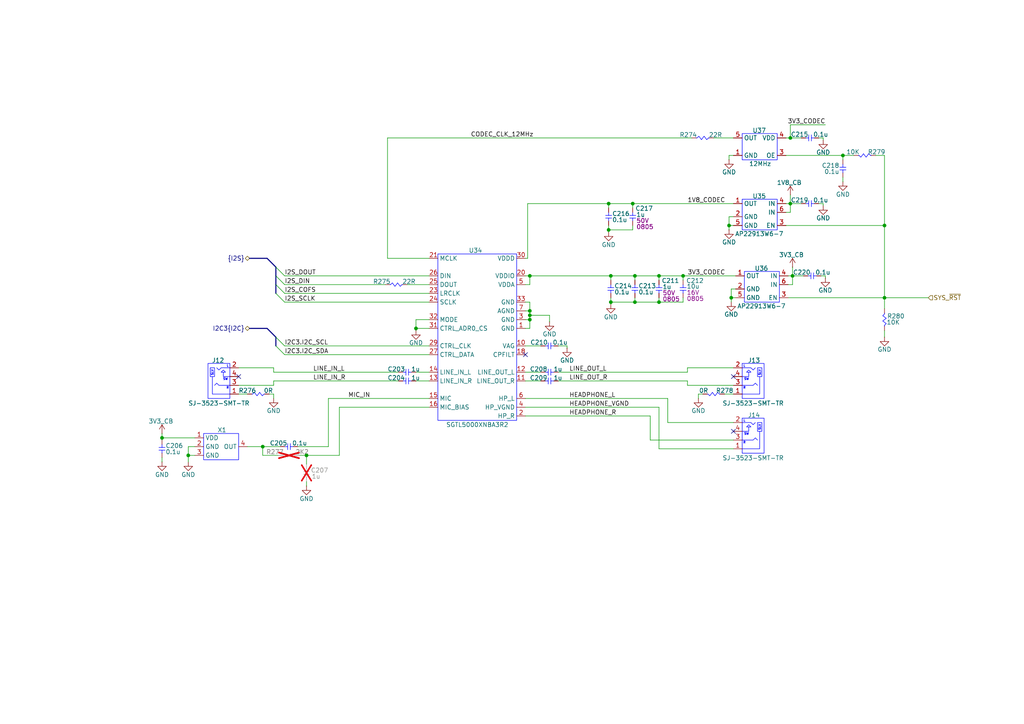
<source format=kicad_sch>
(kicad_sch (version 20250114) (generator "eeschema") (generator_version "9.0")
  (paper "A4")
  (title_block (title "RPI CMx Carrier") (date "2025-12-07") (rev "2.00-0A") (comment 1 "Jean-Francois Bilodeau") (comment 2 "P.Eng #6022173") (comment 3 "203-1690 Rue des quatre-saisons") (comment 4 "Sherbrooke, Canada, J1E0N2") (comment 5 "KiCad Rev 9.0") (comment 6 "TBD") (comment 7 "TBD") (comment 8 "WIP"))
  (junction (at 211.455 65.405))
  (junction (at 229.235 59.055))
  (junction (at 176.53 66.675))
  (junction (at 256.54 86.36))
  (junction (at 184.15 87.63))
  (junction (at 198.12 80.01))
  (junction (at 76.2 129.54))
  (junction (at 212.09 86.36))
  (junction (at 229.87 80.01))
  (junction (at 153.67 92.71))
  (junction (at 229.235 40.005))
  (junction (at 244.475 45.085))
  (junction (at 120.65 95.25))
  (junction (at 183.515 59.055))
  (junction (at 153.67 80.01))
  (junction (at 184.15 80.01))
  (junction (at 191.135 87.63))
  (junction (at 54.61 132.08))
  (junction (at 153.67 91.44))
  (junction (at 153.67 90.17))
  (junction (at 256.54 65.405))
  (junction (at 191.135 80.01))
  (junction (at 177.165 80.01))
  (junction (at 46.99 127))
  (junction (at 176.53 59.055))
  (junction (at 177.165 87.63))
  (junction (at 88.9 132.08))
  (no_connect (at 212.725 125.095))
  (no_connect (at 152.4 102.87))
  (no_connect (at 69.215 109.22))
  (no_connect (at 212.725 109.22))
  (bus_entry (at 80.01 85.09) (size 2.54 2.54))
  (bus_entry (at 80.01 80.01) (size 2.54 2.54))
  (bus_entry (at 80.01 82.55) (size 2.54 2.54))
  (bus_entry (at 80.01 97.79) (size 2.54 2.54))
  (bus_entry (at 80.01 100.33) (size 2.54 2.54))
  (bus_entry (at 80.01 77.47) (size 2.54 2.54))
  (wire (pts (xy 212.09 83.82) (xy 212.09 86.36)))
  (wire (pts (xy 229.235 36.195) (xy 229.235 40.005)))
  (wire (pts (xy 95.25 115.57) (xy 95.25 129.54)))
  (wire (pts (xy 191.135 87.63) (xy 191.135 86.36)))
  (wire (pts (xy 152.4 100.33) (xy 156.845 100.33)))
  (wire (pts (xy 228.6 86.36) (xy 256.54 86.36)))
  (wire (pts (xy 193.675 115.57) (xy 193.675 122.555)))
  (wire (pts (xy 153.035 59.055) (xy 153.035 74.93)))
  (wire (pts (xy 177.165 86.36) (xy 177.165 87.63)))
  (bus (pts (xy 72.39 95.25) (xy 77.47 95.25)))
  (wire (pts (xy 54.61 129.54) (xy 54.61 132.08)))
  (wire (pts (xy 244.475 51.435) (xy 244.475 52.705)))
  (wire (pts (xy 238.76 59.055) (xy 238.76 59.69)))
  (wire (pts (xy 71.755 129.54) (xy 76.2 129.54)))
  (wire (pts (xy 184.15 86.36) (xy 184.15 87.63)))
  (wire (pts (xy 229.235 56.515) (xy 229.235 59.055)))
  (wire (pts (xy 191.135 80.01) (xy 198.12 80.01)))
  (wire (pts (xy 198.12 80.01) (xy 213.36 80.01)))
  (wire (pts (xy 153.67 80.01) (xy 153.67 82.55)))
  (wire (pts (xy 183.515 59.055) (xy 183.515 60.325)))
  (wire (pts (xy 95.25 115.57) (xy 124.46 115.57)))
  (wire (pts (xy 152.4 87.63) (xy 153.67 87.63)))
  (wire (pts (xy 211.455 62.865) (xy 211.455 65.405)))
  (wire (pts (xy 164.465 100.33) (xy 164.465 100.965)))
  (wire (pts (xy 238.76 40.005) (xy 238.76 40.64)))
  (wire (pts (xy 199.39 106.68) (xy 199.39 107.95)))
  (wire (pts (xy 152.4 120.65) (xy 188.595 120.65)))
  (wire (pts (xy 152.4 80.01) (xy 153.67 80.01)))
  (wire (pts (xy 238.125 80.01) (xy 239.395 80.01)))
  (wire (pts (xy 203.835 114.3) (xy 202.565 114.3)))
  (wire (pts (xy 120.65 95.25) (xy 120.65 95.885)))
  (bus (pts (xy 80.01 77.47) (xy 80.01 80.01)))
  (wire (pts (xy 88.9 132.08) (xy 98.425 132.08)))
  (wire (pts (xy 46.99 127) (xy 56.515 127)))
  (wire (pts (xy 244.475 45.085) (xy 247.65 45.085)))
  (wire (pts (xy 82.55 82.55) (xy 111.76 82.55)))
  (wire (pts (xy 229.235 59.055) (xy 232.41 59.055)))
  (wire (pts (xy 207.01 40.005) (xy 212.725 40.005)))
  (wire (pts (xy 152.4 95.25) (xy 153.67 95.25)))
  (wire (pts (xy 199.39 110.49) (xy 199.39 111.76)))
  (wire (pts (xy 177.165 87.63) (xy 184.15 87.63)))
  (wire (pts (xy 76.2 132.08) (xy 80.645 132.08)))
  (wire (pts (xy 211.455 45.085) (xy 211.455 46.355)))
  (wire (pts (xy 212.725 65.405) (xy 211.455 65.405)))
  (wire (pts (xy 79.375 110.49) (xy 79.375 111.76)))
  (bus (pts (xy 80.01 97.79) (xy 77.47 95.25)))
  (bus (pts (xy 72.39 74.93) (xy 77.47 74.93)))
  (wire (pts (xy 78.105 114.3) (xy 79.375 114.3)))
  (wire (pts (xy 211.455 45.085) (xy 212.725 45.085)))
  (wire (pts (xy 184.15 80.01) (xy 184.15 81.28)))
  (wire (pts (xy 184.15 80.01) (xy 191.135 80.01)))
  (wire (pts (xy 82.55 85.09) (xy 124.46 85.09)))
  (wire (pts (xy 229.235 40.005) (xy 232.41 40.005)))
  (wire (pts (xy 153.67 80.01) (xy 177.165 80.01)))
  (wire (pts (xy 176.53 66.675) (xy 183.515 66.675)))
  (wire (pts (xy 161.925 110.49) (xy 199.39 110.49)))
  (wire (pts (xy 199.39 106.68) (xy 212.725 106.68)))
  (wire (pts (xy 191.135 130.175) (xy 212.725 130.175)))
  (wire (pts (xy 88.9 139.7) (xy 88.9 140.97)))
  (wire (pts (xy 152.4 115.57) (xy 193.675 115.57)))
  (wire (pts (xy 46.99 127) (xy 46.99 127.635)))
  (bus (pts (xy 80.01 82.55) (xy 80.01 85.09)))
  (wire (pts (xy 112.395 40.005) (xy 200.66 40.005)))
  (wire (pts (xy 118.11 82.55) (xy 124.46 82.55)))
  (wire (pts (xy 79.375 106.68) (xy 79.375 107.95)))
  (wire (pts (xy 76.2 129.54) (xy 76.2 132.08)))
  (wire (pts (xy 237.49 59.055) (xy 238.76 59.055)))
  (wire (pts (xy 188.595 127.635) (xy 212.725 127.635)))
  (wire (pts (xy 212.09 83.82) (xy 213.36 83.82)))
  (wire (pts (xy 86.36 129.54) (xy 95.25 129.54)))
  (bus (pts (xy 80.01 77.47) (xy 77.47 74.93)))
  (wire (pts (xy 211.455 65.405) (xy 211.455 66.675)))
  (wire (pts (xy 159.385 91.44) (xy 159.385 93.345)))
  (wire (pts (xy 120.65 92.71) (xy 120.65 95.25)))
  (wire (pts (xy 227.965 61.595) (xy 229.235 61.595)))
  (wire (pts (xy 176.53 59.055) (xy 176.53 60.325)))
  (wire (pts (xy 202.565 114.3) (xy 202.565 115.57)))
  (wire (pts (xy 153.67 90.17) (xy 153.67 91.44)))
  (wire (pts (xy 176.53 65.405) (xy 176.53 66.675)))
  (wire (pts (xy 79.375 114.3) (xy 79.375 115.57)))
  (wire (pts (xy 86.995 132.08) (xy 88.9 132.08)))
  (wire (pts (xy 191.135 118.11) (xy 191.135 130.175)))
  (wire (pts (xy 120.65 95.25) (xy 124.46 95.25)))
  (wire (pts (xy 82.55 80.01) (xy 124.46 80.01)))
  (wire (pts (xy 254 45.085) (xy 256.54 45.085)))
  (wire (pts (xy 54.61 132.08) (xy 54.61 133.985)))
  (wire (pts (xy 153.67 91.44) (xy 159.385 91.44)))
  (wire (pts (xy 256.54 45.085) (xy 256.54 65.405)))
  (wire (pts (xy 229.87 77.47) (xy 229.87 80.01)))
  (wire (pts (xy 112.395 74.93) (xy 124.46 74.93)))
  (wire (pts (xy 256.54 95.885) (xy 256.54 97.79)))
  (bus (pts (xy 80.01 80.01) (xy 80.01 82.55)))
  (wire (pts (xy 177.165 87.63) (xy 177.165 88.265)))
  (wire (pts (xy 176.53 66.675) (xy 176.53 67.31)))
  (wire (pts (xy 46.99 125.73) (xy 46.99 127)))
  (wire (pts (xy 199.39 111.76) (xy 212.725 111.76)))
  (wire (pts (xy 120.65 110.49) (xy 124.46 110.49)))
  (wire (pts (xy 161.925 107.95) (xy 199.39 107.95)))
  (wire (pts (xy 177.165 80.01) (xy 184.15 80.01)))
  (wire (pts (xy 229.87 80.01) (xy 229.87 82.55)))
  (wire (pts (xy 82.55 100.33) (xy 124.46 100.33)))
  (wire (pts (xy 46.99 132.715) (xy 46.99 133.985)))
  (wire (pts (xy 256.54 65.405) (xy 256.54 86.36)))
  (wire (pts (xy 82.55 87.63) (xy 124.46 87.63)))
  (wire (pts (xy 88.9 132.08) (xy 88.9 134.62)))
  (wire (pts (xy 98.425 118.11) (xy 124.46 118.11)))
  (wire (pts (xy 161.925 100.33) (xy 164.465 100.33)))
  (wire (pts (xy 79.375 110.49) (xy 115.57 110.49)))
  (wire (pts (xy 183.515 66.675) (xy 183.515 65.405)))
  (wire (pts (xy 237.49 40.005) (xy 238.76 40.005)))
  (wire (pts (xy 198.12 80.01) (xy 198.12 81.28)))
  (wire (pts (xy 69.215 111.76) (xy 79.375 111.76)))
  (wire (pts (xy 153.67 87.63) (xy 153.67 90.17)))
  (wire (pts (xy 256.54 86.36) (xy 269.24 86.36)))
  (wire (pts (xy 212.725 114.3) (xy 210.185 114.3)))
  (wire (pts (xy 188.595 120.65) (xy 188.595 127.635)))
  (wire (pts (xy 69.215 114.3) (xy 71.755 114.3)))
  (wire (pts (xy 152.4 92.71) (xy 153.67 92.71)))
  (wire (pts (xy 227.965 59.055) (xy 229.235 59.055)))
  (wire (pts (xy 184.15 87.63) (xy 191.135 87.63)))
  (wire (pts (xy 198.12 86.36) (xy 198.12 87.63)))
  (wire (pts (xy 54.61 132.08) (xy 56.515 132.08)))
  (wire (pts (xy 152.4 107.95) (xy 156.845 107.95)))
  (wire (pts (xy 227.965 45.085) (xy 244.475 45.085)))
  (wire (pts (xy 183.515 59.055) (xy 212.725 59.055)))
  (wire (pts (xy 228.6 82.55) (xy 229.87 82.55)))
  (wire (pts (xy 54.61 129.54) (xy 56.515 129.54)))
  (wire (pts (xy 152.4 90.17) (xy 153.67 90.17)))
  (wire (pts (xy 244.475 45.085) (xy 244.475 46.355)))
  (wire (pts (xy 153.035 59.055) (xy 176.53 59.055)))
  (wire (pts (xy 177.165 80.01) (xy 177.165 81.28)))
  (wire (pts (xy 212.09 86.36) (xy 212.09 87.63)))
  (wire (pts (xy 153.67 92.71) (xy 153.67 95.25)))
  (wire (pts (xy 152.4 82.55) (xy 153.67 82.55)))
  (wire (pts (xy 112.395 40.005) (xy 112.395 74.93)))
  (wire (pts (xy 153.67 91.44) (xy 153.67 92.71)))
  (wire (pts (xy 229.235 36.195) (xy 239.395 36.195)))
  (wire (pts (xy 229.235 59.055) (xy 229.235 61.595)))
  (wire (pts (xy 191.135 80.01) (xy 191.135 81.28)))
  (wire (pts (xy 191.135 87.63) (xy 198.12 87.63)))
  (wire (pts (xy 152.4 118.11) (xy 191.135 118.11)))
  (wire (pts (xy 120.65 107.95) (xy 124.46 107.95)))
  (wire (pts (xy 211.455 62.865) (xy 212.725 62.865)))
  (wire (pts (xy 239.395 80.01) (xy 239.395 80.645)))
  (wire (pts (xy 227.965 65.405) (xy 256.54 65.405)))
  (wire (pts (xy 193.675 122.555) (xy 212.725 122.555)))
  (wire (pts (xy 227.965 40.005) (xy 229.235 40.005)))
  (wire (pts (xy 120.65 92.71) (xy 124.46 92.71)))
  (wire (pts (xy 228.6 80.01) (xy 229.87 80.01)))
  (wire (pts (xy 98.425 118.11) (xy 98.425 132.08)))
  (wire (pts (xy 82.55 102.87) (xy 124.46 102.87)))
  (bus (pts (xy 80.01 97.79) (xy 80.01 100.33)))
  (wire (pts (xy 79.375 107.95) (xy 115.57 107.95)))
  (wire (pts (xy 213.36 86.36) (xy 212.09 86.36)))
  (wire (pts (xy 69.215 106.68) (xy 79.375 106.68)))
  (wire (pts (xy 256.54 86.36) (xy 256.54 89.535)))
  (wire (pts (xy 152.4 74.93) (xy 153.035 74.93)))
  (wire (pts (xy 152.4 110.49) (xy 156.845 110.49)))
  (wire (pts (xy 176.53 59.055) (xy 183.515 59.055)))
  (wire (pts (xy 76.2 129.54) (xy 81.28 129.54)))
  (wire (pts (xy 229.87 80.01) (xy 233.045 80.01)))
  (label "HEADPHONE_R" (at 165.1 120.65 0))
  (label "LINE_OUT_R" (at 165.1 110.49 0))
  (label "I2C3.I2C_SDA" (at 82.55 102.87 0))
  (label "I2S_DOUT" (at 82.55 80.01 0))
  (label "HEADPHONE_VGND" (at 165.1 118.11 0))
  (label "3V3_CODEC" (at 239.395 36.195 180))
  (label "I2S_SCLK" (at 82.55 87.63 0))
  (label "HEADPHONE_L" (at 165.1 115.57 0))
  (label "1V8_CODEC" (at 199.39 59.055 0))
  (label "CODEC_CLK_12MHz" (at 136.525 40.005 0))
  (label "MIC_IN" (at 100.965 115.57 0))
  (label "LINE_IN_R" (at 90.805 110.49 0))
  (label "LINE_OUT_L" (at 165.1 107.95 0))
  (label "I2C3.I2C_SCL" (at 82.55 100.33 0))
  (label "LINE_IN_L" (at 90.805 107.95 0))
  (label "I2S_COFS" (at 82.55 85.09 0))
  (label "I2S_DIN" (at 82.55 82.55 0))
  (label "3V3_CODEC" (at 199.39 80.01 0))
  (hierarchical_label "SYS_~{RST}" (shape input) (at 269.24 86.36 0))
  (hierarchical_label "{I2S}" (shape bidirectional) (at 72.39 74.93 180))
  (hierarchical_label "I2C3{I2C}" (shape bidirectional) (at 72.39 95.25 180))
  (symbol (lib_id "KiCad_Pwr_Symbols:GND") (at 46.99 133.985 0) (unit 1)
    (property "Reference" "#PWR0333" (effects (hide yes)))
    (property "Value" "GND" (at 46.99 137.668 0))
    (property "Description" "Power symbol creates a global label with name \"GND\" , ground" (effects (hide yes)))
  )
  (symbol (lib_id "KiCad_Pwr_Symbols:GND") (at 176.53 67.31 0) (unit 1)
    (property "Reference" "#PWR0342" (effects (hide yes)))
    (property "Value" "GND" (at 176.53 70.993 0))
    (property "Description" "Power symbol creates a global label with name \"GND\" , ground" (effects (hide yes)))
  )
  (symbol (lib_id "KicadCompDb:Load Switch/LOAD_SW_00001") (at 226.06 78.74 0) (mirror y) (unit 1)
    (property "Reference" "U36" (at 220.853 77.851 0))
    (property "Value" "AP22913W6-7" (at 220.853 88.773 0))
    (property "Footprint" "footprint:SOT-23-6" (effects (hide yes)))
    (property "Datasheet" "https://www.diodes.com/assets/Datasheets/AP22913.pdf" (effects (hide yes)))
    (property "Description" "IC PWR SWITCH P-CHAN 1:1 SOT26" (effects (hide yes)))
    (property "Type" "PFET" (effects (hide yes)))
    (property "Output Configuration" "High Side" (effects (hide yes)))
    (property "Package" "SOT-23-6" (effects (hide yes)))
    (property "Load Voltage" "1.5V ~ 5.5V" (effects (hide yes)))
    (property "Output Current" "2A" (effects (hide yes)))
    (property "RDS(on)" "0.84Ohm" (effects (hide yes)))
    (property "Operating Temperature" "-40°C ~ 85°C" (effects (hide yes)))
    (property "Dimensions" "3mm x 2.8mm" (effects (hide yes)))
    (property "Manufacturer" "Diodes Incorporated" (effects (hide yes)))
    (property "Manufacturer Part Number" "AP22913W6-7" (effects (hide yes)))
    (property "Distributor" "DigiKey" (effects (hide yes)))
    (property "Distributor Part Number" "AP22913W6-7DICT-ND" (effects (hide yes)))
  )
  (symbol (lib_id "KicadCompDb:Capacitors/CAP_CER_SMT_00001") (at 177.165 86.36 90) (unit 1)
    (property "Reference" "C214" (at 178.181 82.931 90) (effects (justify right)))
    (property "Value" "0.1u" (at 178.181 84.709 90) (effects (justify right)))
    (property "Footprint" "footprint:CAP_NONPOL_0402" (effects (hide yes)))
    (property "Datasheet" "https://search.murata.co.jp/Ceramy/image/img/A01X/G101/ENG/GRM155R71H104KE14-01.pdf" (effects (hide yes)))
    (property "Description" "CAP CER 0.1UF 50V X7R 0402" (effects (hide yes)))
    (property "Tolerance" "±10%" (effects (hide yes)))
    (property "Dielectric" "X7R" (effects (hide yes)))
    (property "Package" "0402" (effects (hide yes)))
    (property "Operating Temperature" "-55°C ~ 125°C" (effects (hide yes)))
    (property "Voltage Rating" "50V" (effects (hide yes)))
    (property "Manufacturer" "Murata Electronics" (effects (hide yes)))
    (property "Manufacturer Part Number" "GRM155R71H104KE14D" (effects (hide yes)))
    (property "Distributor" "DigiKey" (effects (hide yes)))
    (property "Distributor Part Number" "490-10700-1-ND" (effects (hide yes)))
    (property "Type" "CER SMT" (effects (hide yes)))
    (property "Dimensions" "1.00mm x 0.50mm" (effects (hide yes)))
  )
  (symbol (lib_id "KicadCompDb:Capacitors/CAP_CER_SMT_00002") (at 88.9 134.62 270) (unit 1) (dnp yes)
    (property "Reference" "C207" (at 95.25 136.398 90) (effects (justify right)))
    (property "Value" "1u" (at 92.964 138.176 90) (effects (justify right)))
    (property "Footprint" "footprint:CAP_NONPOL_0805" (effects (hide yes)))
    (property "Datasheet" "https://www.yageogroup.com/content/datasheet/asset/file/UPY-GPHC_X7R_6_3V-TO-250V" (effects (hide yes)))
    (property "Description" "CAP CER 1UF 50V X7R 0805" (effects (hide yes)))
    (property "Tolerance" "±10%" (effects (hide yes)))
    (property "Dielectric" "X7R" (effects (hide yes)))
    (property "Package" "0805" (effects (hide yes)))
    (property "Operating Temperature" "-55°C ~ 125°C" (effects (hide yes)))
    (property "Voltage Rating" "50V" (effects (hide yes)))
    (property "Manufacturer" "YAGEO" (effects (hide yes)))
    (property "Manufacturer Part Number" "CC0805KKX7R9BB105" (effects (hide yes)))
    (property "Distributor" "DigiKey" (effects (hide yes)))
    (property "Distributor Part Number" "311-1886-1-ND" (effects (hide yes)))
    (property "Type" "CER SMT" (effects (hide yes)))
    (property "Dimensions" "2.00mm x 1.25mm" (effects (hide yes)))
  )
  (symbol (lib_id "KiCad_Pwr_Symbols:GND") (at 88.9 140.97 0) (unit 1)
    (property "Reference" "#PWR0335" (effects (hide yes)))
    (property "Value" "GND" (at 88.9 144.653 0))
    (property "Description" "Power symbol creates a global label with name \"GND\" , ground" (effects (hide yes)))
  )
  (symbol (lib_id "KiCad_Pwr_Symbols:+3V3") (at 229.87 77.47 0) (unit 1)
    (property "Reference" "#PWR0349" (effects (hide yes)))
    (property "Value" "3V3_CB" (at 225.933 73.914 0) (effects (justify left)))
    (property "Description" "Power symbol creates a global label with name \"+3V3\"" (effects (hide yes)))
  )
  (symbol (lib_id "KicadCompDb:Capacitors/CAP_CER_SMT_00002") (at 161.925 107.95 180) (unit 1)
    (property "Reference" "C208" (at 153.67 107.061 0) (effects (justify right)))
    (property "Value" "1u" (at 160.528 107.061 0) (effects (justify right)))
    (property "Footprint" "footprint:CAP_NONPOL_0805" (effects (hide yes)))
    (property "Datasheet" "https://www.yageogroup.com/content/datasheet/asset/file/UPY-GPHC_X7R_6_3V-TO-250V" (effects (hide yes)))
    (property "Description" "CAP CER 1UF 50V X7R 0805" (effects (hide yes)))
    (property "Tolerance" "±10%" (effects (hide yes)))
    (property "Dielectric" "X7R" (effects (hide yes)))
    (property "Package" "0805" (effects (hide yes)))
    (property "Operating Temperature" "-55°C ~ 125°C" (effects (hide yes)))
    (property "Voltage Rating" "50V" (effects (hide yes)))
    (property "Manufacturer" "YAGEO" (effects (hide yes)))
    (property "Manufacturer Part Number" "CC0805KKX7R9BB105" (effects (hide yes)))
    (property "Distributor" "DigiKey" (effects (hide yes)))
    (property "Distributor Part Number" "311-1886-1-ND" (effects (hide yes)))
    (property "Type" "CER SMT" (effects (hide yes)))
    (property "Dimensions" "2.00mm x 1.25mm" (effects (hide yes)))
  )
  (symbol (lib_id "KicadCompDb:Capacitors/CAP_CER_SMT_00001") (at 86.36 129.54 180) (unit 1)
    (property "Reference" "C205" (at 78.232 128.524 0) (effects (justify right)))
    (property "Value" "0.1u" (at 84.709 128.524 0) (effects (justify right)))
    (property "Footprint" "footprint:CAP_NONPOL_0402" (effects (hide yes)))
    (property "Datasheet" "https://search.murata.co.jp/Ceramy/image/img/A01X/G101/ENG/GRM155R71H104KE14-01.pdf" (effects (hide yes)))
    (property "Description" "CAP CER 0.1UF 50V X7R 0402" (effects (hide yes)))
    (property "Tolerance" "±10%" (effects (hide yes)))
    (property "Dielectric" "X7R" (effects (hide yes)))
    (property "Package" "0402" (effects (hide yes)))
    (property "Operating Temperature" "-55°C ~ 125°C" (effects (hide yes)))
    (property "Voltage Rating" "50V" (effects (hide yes)))
    (property "Manufacturer" "Murata Electronics" (effects (hide yes)))
    (property "Manufacturer Part Number" "GRM155R71H104KE14D" (effects (hide yes)))
    (property "Distributor" "DigiKey" (effects (hide yes)))
    (property "Distributor Part Number" "490-10700-1-ND" (effects (hide yes)))
    (property "Type" "CER SMT" (effects (hide yes)))
    (property "Dimensions" "1.00mm x 0.50mm" (effects (hide yes)))
  )
  (symbol (lib_id "KicadCompDb:Resistors/RES_SMT_00001") (at 208.915 114.3 0) (mirror y) (unit 1)
    (property "Reference" "R278" (at 210.185 113.284 0))
    (property "Value" "0R" (at 204.089 113.284 0))
    (property "Footprint" "footprint:RES_0402" (effects (hide yes)))
    (property "Datasheet" "https://www.yageogroup.com/content/datasheet/asset/file/PYU-RC_GROUP_51_ROHS_L" (effects (hide yes)))
    (property "Description" "RES 0 OHM JUMPER 1/16W 0402" (effects (hide yes)))
    (property "Tolerance" "1%" (effects (hide yes)))
    (property "Power" "1/16W" (effects (hide yes)))
    (property "Package" "0402" (effects (hide yes)))
    (property "Manufacturer" "YAGEO" (effects (hide yes)))
    (property "Manufacturer Part Number" "RC0402FR-071KL" (effects (hide yes)))
    (property "Distributor" "DigiKey" (effects (hide yes)))
    (property "Distributor Part Number" "311-0.0JRCT-ND" (effects (hide yes)))
    (property "Temperature Coefficient" "±100ppm/°C" (effects (hide yes)))
    (property "Operating Temperature" "-55°C ~ 155°C" (effects (hide yes)))
    (property "Type" "RES SMT" (effects (hide yes)))
    (property "Dimensions" "1.00mm x 0.50mm" (effects (hide yes)))
  )
  (symbol (lib_id "KicadCompDb:Resistors/RES_SMT_00015") (at 205.74 40.005 180) (unit 1)
    (property "Reference" "R274" (at 199.644 39.116 0))
    (property "Value" "22R" (at 207.518 39.116 0))
    (property "Footprint" "footprint:RES_0402" (effects (hide yes)))
    (property "Datasheet" "https://www.yageogroup.com/content/datasheet/asset/file/PYU-RC_GROUP_51_ROHS_L" (effects (hide yes)))
    (property "Description" "RES 22 OHM 1% 1/16W 0402" (effects (hide yes)))
    (property "Tolerance" "1%" (effects (hide yes)))
    (property "Power" "1/16W" (effects (hide yes)))
    (property "Package" "0402" (effects (hide yes)))
    (property "Manufacturer" "YAGEO" (effects (hide yes)))
    (property "Manufacturer Part Number" "RC0402FR-0722RL" (effects (hide yes)))
    (property "Distributor" "DigiKey" (effects (hide yes)))
    (property "Distributor Part Number" "311-22.0LRCT-ND" (effects (hide yes)))
    (property "Temperature Coefficient" "±100ppm/°C" (effects (hide yes)))
    (property "Operating Temperature" "-55°C ~ 155°C" (effects (hide yes)))
    (property "Type" "RES SMT" (effects (hide yes)))
    (property "Dimensions" "1.00mm x 0.50mm" (effects (hide yes)))
  )
  (symbol (lib_id "KicadCompDb:Capacitors/CAP_CER_SMT_00004") (at 198.12 86.36 90) (unit 1)
    (property "Reference" "C212" (at 199.009 81.407 90) (effects (justify right)))
    (property "Value" "10u" (at 199.136 83.058 90) (effects (justify right)))
    (property "Footprint" "footprint:CAP_NONPOL_0805" (effects (hide yes)))
    (property "Datasheet" "https://mm.digikey.com/Volume0/opasdata/d220001/medias/docus/609/CL21A106KOQNNNE_Spec.pdf" (effects (hide yes)))
    (property "Description" "CAP CER 10UF 16V X5R 0805" (effects (hide yes)))
    (property "Tolerance" "±10%" (effects (hide yes)))
    (property "Dielectric" "X5R" (effects (hide yes)))
    (property "Package" "0805" (at 199.136 86.614 90) (effects (justify right)))
    (property "Operating Temperature" "-55°C ~ 85°C" (effects (hide yes)))
    (property "Voltage Rating" "16V" (at 199.136 84.836 90) (effects (justify right)))
    (property "Manufacturer" "Samsung Electro-Mechanics" (effects (hide yes)))
    (property "Manufacturer Part Number" "CL21A106KOQNNNE" (effects (hide yes)))
    (property "Distributor" "DigiKey" (effects (hide yes)))
    (property "Distributor Part Number" "1276-1096-1-ND" (effects (hide yes)))
    (property "Type" "CER SMT" (effects (hide yes)))
    (property "Dimensions" "2.00mm x 1.25mm" (effects (hide yes)))
  )
  (symbol (lib_id "KicadCompDb:Resistors/RES_SMT_00001") (at 73.025 114.3 0) (unit 1)
    (property "Reference" "R276" (at 71.755 113.284 0))
    (property "Value" "0R" (at 77.851 113.284 0))
    (property "Footprint" "footprint:RES_0402" (effects (hide yes)))
    (property "Datasheet" "https://www.yageogroup.com/content/datasheet/asset/file/PYU-RC_GROUP_51_ROHS_L" (effects (hide yes)))
    (property "Description" "RES 0 OHM JUMPER 1/16W 0402" (effects (hide yes)))
    (property "Tolerance" "1%" (effects (hide yes)))
    (property "Power" "1/16W" (effects (hide yes)))
    (property "Package" "0402" (effects (hide yes)))
    (property "Manufacturer" "YAGEO" (effects (hide yes)))
    (property "Manufacturer Part Number" "RC0402FR-071KL" (effects (hide yes)))
    (property "Distributor" "DigiKey" (effects (hide yes)))
    (property "Distributor Part Number" "311-0.0JRCT-ND" (effects (hide yes)))
    (property "Temperature Coefficient" "±100ppm/°C" (effects (hide yes)))
    (property "Operating Temperature" "-55°C ~ 155°C" (effects (hide yes)))
    (property "Type" "RES SMT" (effects (hide yes)))
    (property "Dimensions" "1.00mm x 0.50mm" (effects (hide yes)))
  )
  (symbol (lib_id "KiCad_Pwr_Symbols:GND") (at 256.54 97.79 0) (mirror y) (unit 1)
    (property "Reference" "#PWR0350" (effects (hide yes)))
    (property "Value" "GND" (at 256.54 101.346 0))
    (property "Description" "Power symbol creates a global label with name \"GND\" , ground" (effects (hide yes)))
  )
  (symbol (lib_id "KicadCompDb:Capacitors/CAP_CER_SMT_00001") (at 237.49 40.005 180) (unit 1)
    (property "Reference" "C215" (at 229.362 38.989 0) (effects (justify right)))
    (property "Value" "0.1u" (at 235.839 38.989 0) (effects (justify right)))
    (property "Footprint" "footprint:CAP_NONPOL_0402" (effects (hide yes)))
    (property "Datasheet" "https://search.murata.co.jp/Ceramy/image/img/A01X/G101/ENG/GRM155R71H104KE14-01.pdf" (effects (hide yes)))
    (property "Description" "CAP CER 0.1UF 50V X7R 0402" (effects (hide yes)))
    (property "Tolerance" "±10%" (effects (hide yes)))
    (property "Dielectric" "X7R" (effects (hide yes)))
    (property "Package" "0402" (effects (hide yes)))
    (property "Operating Temperature" "-55°C ~ 125°C" (effects (hide yes)))
    (property "Voltage Rating" "50V" (effects (hide yes)))
    (property "Manufacturer" "Murata Electronics" (effects (hide yes)))
    (property "Manufacturer Part Number" "GRM155R71H104KE14D" (effects (hide yes)))
    (property "Distributor" "DigiKey" (effects (hide yes)))
    (property "Distributor Part Number" "490-10700-1-ND" (effects (hide yes)))
    (property "Type" "CER SMT" (effects (hide yes)))
    (property "Dimensions" "1.00mm x 0.50mm" (effects (hide yes)))
  )
  (symbol (lib_id "KiCad_Pwr_Symbols:GND") (at 177.165 88.265 0) (unit 1)
    (property "Reference" "#PWR0341" (effects (hide yes)))
    (property "Value" "GND" (at 177.165 91.948 0))
    (property "Description" "Power symbol creates a global label with name \"GND\" , ground" (effects (hide yes)))
  )
  (symbol (lib_id "KiCad_Pwr_Symbols:GND") (at 239.395 80.645 0) (mirror y) (unit 1)
    (property "Reference" "#PWR0347" (effects (hide yes)))
    (property "Value" "GND" (at 239.395 84.201 0))
    (property "Description" "Power symbol creates a global label with name \"GND\" , ground" (effects (hide yes)))
  )
  (symbol (lib_id "KicadCompDb:Capacitors/CAP_CER_SMT_00001") (at 46.99 132.715 90) (unit 1)
    (property "Reference" "C206" (at 48.006 129.286 90) (effects (justify right)))
    (property "Value" "0.1u" (at 48.006 131.064 90) (effects (justify right)))
    (property "Footprint" "footprint:CAP_NONPOL_0402" (effects (hide yes)))
    (property "Datasheet" "https://search.murata.co.jp/Ceramy/image/img/A01X/G101/ENG/GRM155R71H104KE14-01.pdf" (effects (hide yes)))
    (property "Description" "CAP CER 0.1UF 50V X7R 0402" (effects (hide yes)))
    (property "Tolerance" "±10%" (effects (hide yes)))
    (property "Dielectric" "X7R" (effects (hide yes)))
    (property "Package" "0402" (effects (hide yes)))
    (property "Operating Temperature" "-55°C ~ 125°C" (effects (hide yes)))
    (property "Voltage Rating" "50V" (effects (hide yes)))
    (property "Manufacturer" "Murata Electronics" (effects (hide yes)))
    (property "Manufacturer Part Number" "GRM155R71H104KE14D" (effects (hide yes)))
    (property "Distributor" "DigiKey" (effects (hide yes)))
    (property "Distributor Part Number" "490-10700-1-ND" (effects (hide yes)))
    (property "Type" "CER SMT" (effects (hide yes)))
    (property "Dimensions" "1.00mm x 0.50mm" (effects (hide yes)))
  )
  (symbol (lib_id "KicadCompDb:Resistors/RES_SMT_00013") (at 256.54 90.805 90) (mirror x) (unit 1)
    (property "Reference" "R280" (at 259.842 91.694 90))
    (property "Value" "10K" (at 259.08 93.472 90))
    (property "Footprint" "footprint:RES_0402" (effects (hide yes)))
    (property "Datasheet" "https://www.yageogroup.com/content/datasheet/asset/file/PYU-RC_GROUP_51_ROHS_L" (effects (hide yes)))
    (property "Description" "RES 10K OHM 1% 1/16W 0402" (effects (hide yes)))
    (property "Tolerance" "1%" (effects (hide yes)))
    (property "Power" "1/16W" (effects (hide yes)))
    (property "Package" "0402" (effects (hide yes)))
    (property "Manufacturer" "YAGEO" (effects (hide yes)))
    (property "Manufacturer Part Number" "RC0402FR-0710KL" (effects (hide yes)))
    (property "Distributor" "DigiKey" (effects (hide yes)))
    (property "Distributor Part Number" "311-10.0KLRCT-ND" (effects (hide yes)))
    (property "Temperature Coefficient" "±100ppm/°C" (effects (hide yes)))
    (property "Operating Temperature" "-55°C ~ 155°C" (effects (hide yes)))
    (property "Type" "RES SMT" (effects (hide yes)))
    (property "Dimensions" "1.00mm x 0.50mm" (effects (hide yes)))
  )
  (symbol (lib_id "KiCad_Pwr_Symbols:+3V3") (at 229.235 56.515 0) (unit 1)
    (property "Reference" "#PWR0348" (effects (hide yes)))
    (property "Value" "1V8_CB" (at 225.298 52.959 0) (effects (justify left)))
    (property "Description" "Power symbol creates a global label with name \"+3V3\"" (effects (hide yes)))
  )
  (symbol (lib_id "KiCad_Pwr_Symbols:GND") (at 212.09 87.63 0) (mirror y) (unit 1)
    (property "Reference" "#PWR0339" (effects (hide yes)))
    (property "Value" "GND" (at 212.09 91.186 0))
    (property "Description" "Power symbol creates a global label with name \"GND\" , ground" (effects (hide yes)))
  )
  (symbol (lib_id "KicadCompDb:Capacitors/CAP_CER_SMT_00001") (at 161.925 100.33 180) (unit 1)
    (property "Reference" "C210" (at 153.797 99.314 0) (effects (justify right)))
    (property "Value" "0.1u" (at 160.274 99.314 0) (effects (justify right)))
    (property "Footprint" "footprint:CAP_NONPOL_0402" (effects (hide yes)))
    (property "Datasheet" "https://search.murata.co.jp/Ceramy/image/img/A01X/G101/ENG/GRM155R71H104KE14-01.pdf" (effects (hide yes)))
    (property "Description" "CAP CER 0.1UF 50V X7R 0402" (effects (hide yes)))
    (property "Tolerance" "±10%" (effects (hide yes)))
    (property "Dielectric" "X7R" (effects (hide yes)))
    (property "Package" "0402" (effects (hide yes)))
    (property "Operating Temperature" "-55°C ~ 125°C" (effects (hide yes)))
    (property "Voltage Rating" "50V" (effects (hide yes)))
    (property "Manufacturer" "Murata Electronics" (effects (hide yes)))
    (property "Manufacturer Part Number" "GRM155R71H104KE14D" (effects (hide yes)))
    (property "Distributor" "DigiKey" (effects (hide yes)))
    (property "Distributor Part Number" "490-10700-1-ND" (effects (hide yes)))
    (property "Type" "CER SMT" (effects (hide yes)))
    (property "Dimensions" "1.00mm x 0.50mm" (effects (hide yes)))
  )
  (symbol (lib_id "KicadCompDb:Capacitors/CAP_CER_SMT_00001") (at 184.15 86.36 90) (unit 1)
    (property "Reference" "C213" (at 185.166 82.931 90) (effects (justify right)))
    (property "Value" "0.1u" (at 185.166 84.709 90) (effects (justify right)))
    (property "Footprint" "footprint:CAP_NONPOL_0402" (effects (hide yes)))
    (property "Datasheet" "https://search.murata.co.jp/Ceramy/image/img/A01X/G101/ENG/GRM155R71H104KE14-01.pdf" (effects (hide yes)))
    (property "Description" "CAP CER 0.1UF 50V X7R 0402" (effects (hide yes)))
    (property "Tolerance" "±10%" (effects (hide yes)))
    (property "Dielectric" "X7R" (effects (hide yes)))
    (property "Package" "0402" (effects (hide yes)))
    (property "Operating Temperature" "-55°C ~ 125°C" (effects (hide yes)))
    (property "Voltage Rating" "50V" (effects (hide yes)))
    (property "Manufacturer" "Murata Electronics" (effects (hide yes)))
    (property "Manufacturer Part Number" "GRM155R71H104KE14D" (effects (hide yes)))
    (property "Distributor" "DigiKey" (effects (hide yes)))
    (property "Distributor Part Number" "490-10700-1-ND" (effects (hide yes)))
    (property "Type" "CER SMT" (effects (hide yes)))
    (property "Dimensions" "1.00mm x 0.50mm" (effects (hide yes)))
  )
  (symbol (lib_id "KicadCompDb:Resistors/RES_SMT_00015") (at 116.84 82.55 180) (unit 1)
    (property "Reference" "R275" (at 110.744 81.661 0))
    (property "Value" "22R" (at 118.618 81.661 0))
    (property "Footprint" "footprint:RES_0402" (effects (hide yes)))
    (property "Datasheet" "https://www.yageogroup.com/content/datasheet/asset/file/PYU-RC_GROUP_51_ROHS_L" (effects (hide yes)))
    (property "Description" "RES 22 OHM 1% 1/16W 0402" (effects (hide yes)))
    (property "Tolerance" "1%" (effects (hide yes)))
    (property "Power" "1/16W" (effects (hide yes)))
    (property "Package" "0402" (effects (hide yes)))
    (property "Manufacturer" "YAGEO" (effects (hide yes)))
    (property "Manufacturer Part Number" "RC0402FR-0722RL" (effects (hide yes)))
    (property "Distributor" "DigiKey" (effects (hide yes)))
    (property "Distributor Part Number" "311-22.0LRCT-ND" (effects (hide yes)))
    (property "Temperature Coefficient" "±100ppm/°C" (effects (hide yes)))
    (property "Operating Temperature" "-55°C ~ 155°C" (effects (hide yes)))
    (property "Type" "RES SMT" (effects (hide yes)))
    (property "Dimensions" "1.00mm x 0.50mm" (effects (hide yes)))
  )
  (symbol (lib_id "KiCad_Pwr_Symbols:GND") (at 244.475 52.705 0) (mirror y) (unit 1)
    (property "Reference" "#PWR0345" (effects (hide yes)))
    (property "Value" "GND" (at 244.475 56.388 0))
    (property "Description" "Power symbol creates a global label with name \"GND\" , ground" (effects (hide yes)))
  )
  (symbol (lib_id "KiCad_Pwr_Symbols:GND") (at 238.76 40.64 0) (mirror y) (unit 1)
    (property "Reference" "#PWR0343" (effects (hide yes)))
    (property "Value" "GND" (at 238.76 44.196 0))
    (property "Description" "Power symbol creates a global label with name \"GND\" , ground" (effects (hide yes)))
  )
  (symbol (lib_id "KiCad_Pwr_Symbols:GND") (at 159.385 93.345 0) (unit 1)
    (property "Reference" "#PWR0338" (effects (hide yes)))
    (property "Value" "GND" (at 159.385 96.901 0))
    (property "Description" "Power symbol creates a global label with name \"GND\" , ground" (effects (hide yes)))
  )
  (symbol (lib_id "KiCad_Pwr_Symbols:GND") (at 79.375 115.57 0) (unit 1)
    (property "Reference" "#PWR0331" (effects (hide yes)))
    (property "Value" "GND" (at 79.375 119.126 0))
    (property "Description" "Power symbol creates a global label with name \"GND\" , ground" (effects (hide yes)))
  )
  (symbol (lib_id "KicadCompDb:Capacitors/CAP_CER_SMT_00001") (at 237.49 59.055 180) (unit 1)
    (property "Reference" "C219" (at 229.362 58.039 0) (effects (justify right)))
    (property "Value" "0.1u" (at 235.839 58.039 0) (effects (justify right)))
    (property "Footprint" "footprint:CAP_NONPOL_0402" (effects (hide yes)))
    (property "Datasheet" "https://search.murata.co.jp/Ceramy/image/img/A01X/G101/ENG/GRM155R71H104KE14-01.pdf" (effects (hide yes)))
    (property "Description" "CAP CER 0.1UF 50V X7R 0402" (effects (hide yes)))
    (property "Tolerance" "±10%" (effects (hide yes)))
    (property "Dielectric" "X7R" (effects (hide yes)))
    (property "Package" "0402" (effects (hide yes)))
    (property "Operating Temperature" "-55°C ~ 125°C" (effects (hide yes)))
    (property "Voltage Rating" "50V" (effects (hide yes)))
    (property "Manufacturer" "Murata Electronics" (effects (hide yes)))
    (property "Manufacturer Part Number" "GRM155R71H104KE14D" (effects (hide yes)))
    (property "Distributor" "DigiKey" (effects (hide yes)))
    (property "Distributor Part Number" "490-10700-1-ND" (effects (hide yes)))
    (property "Type" "CER SMT" (effects (hide yes)))
    (property "Dimensions" "1.00mm x 0.50mm" (effects (hide yes)))
  )
  (symbol (lib_id "KiCad_Pwr_Symbols:GND") (at 211.455 46.355 0) (mirror y) (unit 1)
    (property "Reference" "#PWR0344" (effects (hide yes)))
    (property "Value" "GND" (at 211.455 49.911 0))
    (property "Description" "Power symbol creates a global label with name \"GND\" , ground" (effects (hide yes)))
  )
  (symbol (lib_id "KicadCompDb:Load Switch/LOAD_SW_00001") (at 225.425 57.785 0) (mirror y) (unit 1)
    (property "Reference" "U35" (at 220.218 56.896 0))
    (property "Value" "AP22913W6-7" (at 220.218 67.818 0))
    (property "Footprint" "footprint:SOT-23-6" (effects (hide yes)))
    (property "Datasheet" "https://www.diodes.com/assets/Datasheets/AP22913.pdf" (effects (hide yes)))
    (property "Description" "IC PWR SWITCH P-CHAN 1:1 SOT26" (effects (hide yes)))
    (property "Type" "PFET" (effects (hide yes)))
    (property "Output Configuration" "High Side" (effects (hide yes)))
    (property "Package" "SOT-23-6" (effects (hide yes)))
    (property "Load Voltage" "1.5V ~ 5.5V" (effects (hide yes)))
    (property "Output Current" "2A" (effects (hide yes)))
    (property "RDS(on)" "0.84Ohm" (effects (hide yes)))
    (property "Operating Temperature" "-40°C ~ 85°C" (effects (hide yes)))
    (property "Dimensions" "3mm x 2.8mm" (effects (hide yes)))
    (property "Manufacturer" "Diodes Incorporated" (effects (hide yes)))
    (property "Manufacturer Part Number" "AP22913W6-7" (effects (hide yes)))
    (property "Distributor" "DigiKey" (effects (hide yes)))
    (property "Distributor Part Number" "AP22913W6-7DICT-ND" (effects (hide yes)))
  )
  (symbol (lib_id "KicadCompDb:Capacitors/CAP_CER_SMT_00001") (at 176.53 65.405 90) (unit 1)
    (property "Reference" "C216" (at 177.546 61.976 90) (effects (justify right)))
    (property "Value" "0.1u" (at 177.546 63.754 90) (effects (justify right)))
    (property "Footprint" "footprint:CAP_NONPOL_0402" (effects (hide yes)))
    (property "Datasheet" "https://search.murata.co.jp/Ceramy/image/img/A01X/G101/ENG/GRM155R71H104KE14-01.pdf" (effects (hide yes)))
    (property "Description" "CAP CER 0.1UF 50V X7R 0402" (effects (hide yes)))
    (property "Tolerance" "±10%" (effects (hide yes)))
    (property "Dielectric" "X7R" (effects (hide yes)))
    (property "Package" "0402" (effects (hide yes)))
    (property "Operating Temperature" "-55°C ~ 125°C" (effects (hide yes)))
    (property "Voltage Rating" "50V" (effects (hide yes)))
    (property "Manufacturer" "Murata Electronics" (effects (hide yes)))
    (property "Manufacturer Part Number" "GRM155R71H104KE14D" (effects (hide yes)))
    (property "Distributor" "DigiKey" (effects (hide yes)))
    (property "Distributor Part Number" "490-10700-1-ND" (effects (hide yes)))
    (property "Type" "CER SMT" (effects (hide yes)))
    (property "Dimensions" "1.00mm x 0.50mm" (effects (hide yes)))
  )
  (symbol (lib_id "KiCad_Pwr_Symbols:GND") (at 120.65 95.885 0) (unit 1)
    (property "Reference" "#PWR0330" (effects (hide yes)))
    (property "Value" "GND" (at 120.65 99.441 0))
    (property "Description" "Power symbol creates a global label with name \"GND\" , ground" (effects (hide yes)))
  )
  (symbol (lib_id "KicadCompDb:Capacitors/CAP_CER_SMT_00002") (at 161.925 110.49 180) (unit 1)
    (property "Reference" "C209" (at 153.67 109.601 0) (effects (justify right)))
    (property "Value" "1u" (at 160.528 109.601 0) (effects (justify right)))
    (property "Footprint" "footprint:CAP_NONPOL_0805" (effects (hide yes)))
    (property "Datasheet" "https://www.yageogroup.com/content/datasheet/asset/file/UPY-GPHC_X7R_6_3V-TO-250V" (effects (hide yes)))
    (property "Description" "CAP CER 1UF 50V X7R 0805" (effects (hide yes)))
    (property "Tolerance" "±10%" (effects (hide yes)))
    (property "Dielectric" "X7R" (effects (hide yes)))
    (property "Package" "0805" (effects (hide yes)))
    (property "Operating Temperature" "-55°C ~ 125°C" (effects (hide yes)))
    (property "Voltage Rating" "50V" (effects (hide yes)))
    (property "Manufacturer" "YAGEO" (effects (hide yes)))
    (property "Manufacturer Part Number" "CC0805KKX7R9BB105" (effects (hide yes)))
    (property "Distributor" "DigiKey" (effects (hide yes)))
    (property "Distributor Part Number" "311-1886-1-ND" (effects (hide yes)))
    (property "Type" "CER SMT" (effects (hide yes)))
    (property "Dimensions" "2.00mm x 1.25mm" (effects (hide yes)))
  )
  (symbol (lib_id "KicadCompDb:Capacitors/CAP_CER_SMT_00001") (at 238.125 80.01 180) (unit 1)
    (property "Reference" "C220" (at 229.997 78.994 0) (effects (justify right)))
    (property "Value" "0.1u" (at 236.474 78.994 0) (effects (justify right)))
    (property "Footprint" "footprint:CAP_NONPOL_0402" (effects (hide yes)))
    (property "Datasheet" "https://search.murata.co.jp/Ceramy/image/img/A01X/G101/ENG/GRM155R71H104KE14-01.pdf" (effects (hide yes)))
    (property "Description" "CAP CER 0.1UF 50V X7R 0402" (effects (hide yes)))
    (property "Tolerance" "±10%" (effects (hide yes)))
    (property "Dielectric" "X7R" (effects (hide yes)))
    (property "Package" "0402" (effects (hide yes)))
    (property "Operating Temperature" "-55°C ~ 125°C" (effects (hide yes)))
    (property "Voltage Rating" "50V" (effects (hide yes)))
    (property "Manufacturer" "Murata Electronics" (effects (hide yes)))
    (property "Manufacturer Part Number" "GRM155R71H104KE14D" (effects (hide yes)))
    (property "Distributor" "DigiKey" (effects (hide yes)))
    (property "Distributor Part Number" "490-10700-1-ND" (effects (hide yes)))
    (property "Type" "CER SMT" (effects (hide yes)))
    (property "Dimensions" "1.00mm x 0.50mm" (effects (hide yes)))
  )
  (symbol (lib_id "KicadCompDb:Capacitors/CAP_CER_SMT_00002") (at 120.65 107.95 180) (unit 1)
    (property "Reference" "C203" (at 112.395 107.061 0) (effects (justify right)))
    (property "Value" "1u" (at 119.253 107.061 0) (effects (justify right)))
    (property "Footprint" "footprint:CAP_NONPOL_0805" (effects (hide yes)))
    (property "Datasheet" "https://www.yageogroup.com/content/datasheet/asset/file/UPY-GPHC_X7R_6_3V-TO-250V" (effects (hide yes)))
    (property "Description" "CAP CER 1UF 50V X7R 0805" (effects (hide yes)))
    (property "Tolerance" "±10%" (effects (hide yes)))
    (property "Dielectric" "X7R" (effects (hide yes)))
    (property "Package" "0805" (effects (hide yes)))
    (property "Operating Temperature" "-55°C ~ 125°C" (effects (hide yes)))
    (property "Voltage Rating" "50V" (effects (hide yes)))
    (property "Manufacturer" "YAGEO" (effects (hide yes)))
    (property "Manufacturer Part Number" "CC0805KKX7R9BB105" (effects (hide yes)))
    (property "Distributor" "DigiKey" (effects (hide yes)))
    (property "Distributor Part Number" "311-1886-1-ND" (effects (hide yes)))
    (property "Type" "CER SMT" (effects (hide yes)))
    (property "Dimensions" "2.00mm x 1.25mm" (effects (hide yes)))
  )
  (symbol (lib_id "KicadCompDb:Oscillator/OSC_00001") (at 225.425 38.735 0) (mirror y) (unit 1)
    (property "Reference" "U37" (at 220.218 37.846 0))
    (property "Value" "12MHz" (at 220.472 47.498 0))
    (property "Footprint" "footprint:SOT-23-5" (effects (hide yes)))
    (property "Datasheet" "https://www.sitime.com/datasheet/SiT2001" (effects (hide yes)))
    (property "Description" "MEMS OSC XO 12.0000MHZ H/LV-CMOS" (effects (hide yes)))
    (property "Type" "MEMS" (effects (hide yes)))
    (property "Frequency" "12MHz" (effects (hide yes)))
    (property "Tolerance" "±25PPM" (effects (hide yes)))
    (property "Stability" "NA" (effects (hide yes)))
    (property "Output Type" "LVCMOS" (effects (hide yes)))
    (property "Supply Voltage" "3.3V" (effects (hide yes)))
    (property "Package" "SOT-23-5" (effects (hide yes)))
    (property "Operating Temperature" "-40°C ~ 85°C" (effects (hide yes)))
    (property "Dimensions" "2.90mm x 1.60mm" (effects (hide yes)))
    (property "Manufacturer" "SiTime" (effects (hide yes)))
    (property "Manufacturer Part Number" "SIT2001BI-S2-33E-12.000000" (effects (hide yes)))
    (property "Distributor" "DigiKey" (effects (hide yes)))
    (property "Distributor Part Number" "1473-SIT2001BI-S2-33E-12.000000-ND" (effects (hide yes)))
  )
  (symbol (lib_id "KicadCompDb:Capacitors/CAP_CER_SMT_00002") (at 120.65 110.49 180) (unit 1)
    (property "Reference" "C204" (at 112.395 109.601 0) (effects (justify right)))
    (property "Value" "1u" (at 119.253 109.601 0) (effects (justify right)))
    (property "Footprint" "footprint:CAP_NONPOL_0805" (effects (hide yes)))
    (property "Datasheet" "https://www.yageogroup.com/content/datasheet/asset/file/UPY-GPHC_X7R_6_3V-TO-250V" (effects (hide yes)))
    (property "Description" "CAP CER 1UF 50V X7R 0805" (effects (hide yes)))
    (property "Tolerance" "±10%" (effects (hide yes)))
    (property "Dielectric" "X7R" (effects (hide yes)))
    (property "Package" "0805" (effects (hide yes)))
    (property "Operating Temperature" "-55°C ~ 125°C" (effects (hide yes)))
    (property "Voltage Rating" "50V" (effects (hide yes)))
    (property "Manufacturer" "YAGEO" (effects (hide yes)))
    (property "Manufacturer Part Number" "CC0805KKX7R9BB105" (effects (hide yes)))
    (property "Distributor" "DigiKey" (effects (hide yes)))
    (property "Distributor Part Number" "311-1886-1-ND" (effects (hide yes)))
    (property "Type" "CER SMT" (effects (hide yes)))
    (property "Dimensions" "2.00mm x 1.25mm" (effects (hide yes)))
  )
  (symbol (lib_id "KicadCompDb:Capacitors/CAP_CER_SMT_00001") (at 244.475 51.435 270) (mirror x) (unit 1)
    (property "Reference" "C218" (at 243.459 48.006 90) (effects (justify right)))
    (property "Value" "0.1u" (at 243.459 49.784 90) (effects (justify right)))
    (property "Footprint" "footprint:CAP_NONPOL_0402" (effects (hide yes)))
    (property "Datasheet" "https://search.murata.co.jp/Ceramy/image/img/A01X/G101/ENG/GRM155R71H104KE14-01.pdf" (effects (hide yes)))
    (property "Description" "CAP CER 0.1UF 50V X7R 0402" (effects (hide yes)))
    (property "Tolerance" "±10%" (effects (hide yes)))
    (property "Dielectric" "X7R" (effects (hide yes)))
    (property "Package" "0402" (effects (hide yes)))
    (property "Operating Temperature" "-55°C ~ 125°C" (effects (hide yes)))
    (property "Voltage Rating" "50V" (effects (hide yes)))
    (property "Manufacturer" "Murata Electronics" (effects (hide yes)))
    (property "Manufacturer Part Number" "GRM155R71H104KE14D" (effects (hide yes)))
    (property "Distributor" "DigiKey" (effects (hide yes)))
    (property "Distributor Part Number" "490-10700-1-ND" (effects (hide yes)))
    (property "Type" "CER SMT" (effects (hide yes)))
    (property "Dimensions" "1.00mm x 0.50mm" (effects (hide yes)))
  )
  (symbol (lib_id "KicadCompDb:Capacitors/CAP_CER_SMT_00002") (at 183.515 65.405 90) (unit 1)
    (property "Reference" "C217" (at 184.277 60.452 90) (effects (justify right)))
    (property "Value" "1u" (at 184.531 62.23 90) (effects (justify right)))
    (property "Footprint" "footprint:CAP_NONPOL_0805" (effects (hide yes)))
    (property "Datasheet" "https://www.yageogroup.com/content/datasheet/asset/file/UPY-GPHC_X7R_6_3V-TO-250V" (effects (hide yes)))
    (property "Description" "CAP CER 1UF 50V X7R 0805" (effects (hide yes)))
    (property "Tolerance" "±10%" (effects (hide yes)))
    (property "Dielectric" "X7R" (effects (hide yes)))
    (property "Package" "0805" (at 184.531 65.786 90) (effects (justify right)))
    (property "Operating Temperature" "-55°C ~ 125°C" (effects (hide yes)))
    (property "Voltage Rating" "50V" (at 184.531 64.008 90) (effects (justify right)))
    (property "Manufacturer" "YAGEO" (effects (hide yes)))
    (property "Manufacturer Part Number" "CC0805KKX7R9BB105" (effects (hide yes)))
    (property "Distributor" "DigiKey" (effects (hide yes)))
    (property "Distributor Part Number" "311-1886-1-ND" (effects (hide yes)))
    (property "Type" "CER SMT" (effects (hide yes)))
    (property "Dimensions" "2.00mm x 1.25mm" (effects (hide yes)))
  )
  (symbol (lib_id "KicadCompDb:Miscellaneous/MISC_00001") (at 59.055 125.73 0) (unit 1)
    (property "Reference" "X1" (at 64.389 124.714 0))
    (property "Value" "CMM-3729AT-42308-TR" (effects (hide yes)))
    (property "Footprint" "footprint:CMM-3729AT-42308-TR" (effects (hide yes)))
    (property "Datasheet" "https://www.sameskydevices.com/product/resource/cmm-3729at-42308-tr.pdf" (effects (hide yes)))
    (property "Description" "MIC MEMS ANALOG OMNI -42DB" (effects (hide yes)))
    (property "Type" "MEMS MICROPHONE" (effects (hide yes)))
    (property "Package" "CUSTOM" (effects (hide yes)))
    (property "Operating Temperature" "-40°C ~ 100°C" (effects (hide yes)))
    (property "Dimensions" "2.95mm x 3.76mm x 1.10mm" (effects (hide yes)))
    (property "Manufacturer" "Same Sky" (effects (hide yes)))
    (property "Manufacturer Part Number" "CMM-3729AT-42308-TR" (effects (hide yes)))
    (property "Distributor" "DigiKey" (effects (hide yes)))
    (property "Distributor Part Number" "102-5081-1-ND" (effects (hide yes)))
  )
  (symbol (lib_id "KiCad_Pwr_Symbols:GND") (at 202.565 115.57 0) (mirror y) (unit 1)
    (property "Reference" "#PWR0336" (effects (hide yes)))
    (property "Value" "GND" (at 202.565 119.126 0))
    (property "Description" "Power symbol creates a global label with name \"GND\" , ground" (effects (hide yes)))
  )
  (symbol (lib_id "KiCad_Pwr_Symbols:GND") (at 164.465 100.965 0) (unit 1)
    (property "Reference" "#PWR0337" (effects (hide yes)))
    (property "Value" "GND" (at 164.465 104.521 0))
    (property "Description" "Power symbol creates a global label with name \"GND\" , ground" (effects (hide yes)))
  )
  (symbol (lib_id "KicadCompDb:Capacitors/CAP_CER_SMT_00002") (at 191.135 86.36 90) (unit 1)
    (property "Reference" "C211" (at 191.897 81.407 90) (effects (justify right)))
    (property "Value" "1u" (at 192.151 83.185 90) (effects (justify right)))
    (property "Footprint" "footprint:CAP_NONPOL_0805" (effects (hide yes)))
    (property "Datasheet" "https://www.yageogroup.com/content/datasheet/asset/file/UPY-GPHC_X7R_6_3V-TO-250V" (effects (hide yes)))
    (property "Description" "CAP CER 1UF 50V X7R 0805" (effects (hide yes)))
    (property "Tolerance" "±10%" (effects (hide yes)))
    (property "Dielectric" "X7R" (effects (hide yes)))
    (property "Package" "0805" (at 192.151 86.741 90) (effects (justify right)))
    (property "Operating Temperature" "-55°C ~ 125°C" (effects (hide yes)))
    (property "Voltage Rating" "50V" (at 192.151 84.963 90) (effects (justify right)))
    (property "Manufacturer" "YAGEO" (effects (hide yes)))
    (property "Manufacturer Part Number" "CC0805KKX7R9BB105" (effects (hide yes)))
    (property "Distributor" "DigiKey" (effects (hide yes)))
    (property "Distributor Part Number" "311-1886-1-ND" (effects (hide yes)))
    (property "Type" "CER SMT" (effects (hide yes)))
    (property "Dimensions" "2.00mm x 1.25mm" (effects (hide yes)))
  )
  (symbol (lib_id "KicadCompDb:Connector/CONN_00013") (at 60.325 115.57 0) (mirror x) (unit 1)
    (property "Reference" "J12" (at 63.246 104.521 0))
    (property "Value" "SJ-3523-SMT-TR" (at 63.5 116.967 0))
    (property "Footprint" "footprint:SJ-352X-SMT" (effects (hide yes)))
    (property "Datasheet" "https://www.sameskydevices.com/product/resource/sj-352x-smt.pdf" (effects (hide yes)))
    (property "Description" "CONN JACK STEREO 3.5MM SMD R/A" (effects (hide yes)))
    (property "Type" "RECEPTACLE" (effects (hide yes)))
    (property "Gender" "FEMALE" (effects (hide yes)))
    (property "Pitch" "NA" (effects (hide yes)))
    (property "Positions" "4" (effects (hide yes)))
    (property "Rows" "3" (effects (hide yes)))
    (property "Shrouding" "SHROUDED" (effects (hide yes)))
    (property "Mounting Type" "THT" (effects (hide yes)))
    (property "Termination" "SOLDER" (effects (hide yes)))
    (property "Contact Length (Total)" "NA" (effects (hide yes)))
    (property "Contact Material" "Phosphor Copper" (effects (hide yes)))
    (property "Contact Finish" "Silver" (effects (hide yes)))
    (property "Current Rating" "1A" (effects (hide yes)))
    (property "Voltage Rating" "12V" (effects (hide yes)))
    (property "Operating Temperature" "-25°C ~ 85°C" (effects (hide yes)))
    (property "Dimensions" "6.0mm x 17mm x 5mm" (effects (hide yes)))
    (property "Manufacturer" "Same Sky" (effects (hide yes)))
    (property "Manufacturer Part Number" "SJ-3523-SMT-TR" (effects (hide yes)))
    (property "Distributor" "DigiKey" (effects (hide yes)))
    (property "Distributor Part Number" "CP-3523SJCT-ND" (effects (hide yes)))
  )
  (symbol (lib_id "KicadCompDb:Resistors/RES_SMT_00008") (at 81.915 132.08 0) (unit 1) (dnp yes)
    (property "Reference" "R277" (at 79.756 131.064 0))
    (property "Value" "2K2" (at 87.63 131.064 0))
    (property "Footprint" "footprint:RES_0402" (effects (hide yes)))
    (property "Datasheet" "https://www.yageogroup.com/content/datasheet/asset/file/PYU-RC_51_ROHS_P" (effects (hide yes)))
    (property "Description" "RES 2.2K OHM 1% 1/16W 0402" (effects (hide yes)))
    (property "Tolerance" "1%" (effects (hide yes)))
    (property "Power" "1/16W" (effects (hide yes)))
    (property "Package" "0402" (effects (hide yes)))
    (property "Manufacturer" "YAGEO" (effects (hide yes)))
    (property "Manufacturer Part Number" "RC0402FR-072K2P" (effects (hide yes)))
    (property "Distributor" "DigiKey" (effects (hide yes)))
    (property "Distributor Part Number" "YAG1260CT-ND" (effects (hide yes)))
    (property "Temperature Coefficient" "±100ppm/°C" (effects (hide yes)))
    (property "Operating Temperature" "-55°C ~ 155°C" (effects (hide yes)))
    (property "Type" "RES SMT" (effects (hide yes)))
    (property "Dimensions" "1.00mm x 0.50mm" (effects (hide yes)))
  )
  (symbol (lib_id "KicadCompDb:Resistors/RES_SMT_00013") (at 252.73 45.085 0) (mirror y) (unit 1)
    (property "Reference" "R279" (at 254.254 44.069 0))
    (property "Value" "10K" (at 247.396 44.069 0))
    (property "Footprint" "footprint:RES_0402" (effects (hide yes)))
    (property "Datasheet" "https://www.yageogroup.com/content/datasheet/asset/file/PYU-RC_GROUP_51_ROHS_L" (effects (hide yes)))
    (property "Description" "RES 10K OHM 1% 1/16W 0402" (effects (hide yes)))
    (property "Tolerance" "1%" (effects (hide yes)))
    (property "Power" "1/16W" (effects (hide yes)))
    (property "Package" "0402" (effects (hide yes)))
    (property "Manufacturer" "YAGEO" (effects (hide yes)))
    (property "Manufacturer Part Number" "RC0402FR-0710KL" (effects (hide yes)))
    (property "Distributor" "DigiKey" (effects (hide yes)))
    (property "Distributor Part Number" "311-10.0KLRCT-ND" (effects (hide yes)))
    (property "Temperature Coefficient" "±100ppm/°C" (effects (hide yes)))
    (property "Operating Temperature" "-55°C ~ 155°C" (effects (hide yes)))
    (property "Type" "RES SMT" (effects (hide yes)))
    (property "Dimensions" "1.00mm x 0.50mm" (effects (hide yes)))
  )
  (symbol (lib_id "KiCad_Pwr_Symbols:GND") (at 54.61 133.985 0) (unit 1)
    (property "Reference" "#PWR0334" (effects (hide yes)))
    (property "Value" "GND" (at 54.61 137.668 0))
    (property "Description" "Power symbol creates a global label with name \"GND\" , ground" (effects (hide yes)))
  )
  (symbol (lib_id "KiCad_Pwr_Symbols:GND") (at 211.455 66.675 0) (mirror y) (unit 1)
    (property "Reference" "#PWR0340" (effects (hide yes)))
    (property "Value" "GND" (at 211.455 70.231 0))
    (property "Description" "Power symbol creates a global label with name \"GND\" , ground" (effects (hide yes)))
  )
  (symbol (lib_id "KicadCompDb:Connector/CONN_00013") (at 221.615 131.445 180) (unit 1)
    (property "Reference" "J14" (at 218.694 120.396 0))
    (property "Value" "SJ-3523-SMT-TR" (at 218.44 132.842 0))
    (property "Footprint" "footprint:SJ-352X-SMT" (effects (hide yes)))
    (property "Datasheet" "https://www.sameskydevices.com/product/resource/sj-352x-smt.pdf" (effects (hide yes)))
    (property "Description" "CONN JACK STEREO 3.5MM SMD R/A" (effects (hide yes)))
    (property "Type" "RECEPTACLE" (effects (hide yes)))
    (property "Gender" "FEMALE" (effects (hide yes)))
    (property "Pitch" "NA" (effects (hide yes)))
    (property "Positions" "4" (effects (hide yes)))
    (property "Rows" "3" (effects (hide yes)))
    (property "Shrouding" "SHROUDED" (effects (hide yes)))
    (property "Mounting Type" "THT" (effects (hide yes)))
    (property "Termination" "SOLDER" (effects (hide yes)))
    (property "Contact Length (Total)" "NA" (effects (hide yes)))
    (property "Contact Material" "Phosphor Copper" (effects (hide yes)))
    (property "Contact Finish" "Silver" (effects (hide yes)))
    (property "Current Rating" "1A" (effects (hide yes)))
    (property "Voltage Rating" "12V" (effects (hide yes)))
    (property "Operating Temperature" "-25°C ~ 85°C" (effects (hide yes)))
    (property "Dimensions" "6.0mm x 17mm x 5mm" (effects (hide yes)))
    (property "Manufacturer" "Same Sky" (effects (hide yes)))
    (property "Manufacturer Part Number" "SJ-3523-SMT-TR" (effects (hide yes)))
    (property "Distributor" "DigiKey" (effects (hide yes)))
    (property "Distributor Part Number" "CP-3523SJCT-ND" (effects (hide yes)))
  )
  (symbol (lib_id "KiCad_Pwr_Symbols:+3V3") (at 46.99 125.73 0) (unit 1)
    (property "Reference" "#PWR0332" (effects (hide yes)))
    (property "Value" "3V3_CB" (at 43.053 122.174 0) (effects (justify left)))
    (property "Description" "Power symbol creates a global label with name \"+3V3\"" (effects (hide yes)))
  )
  (symbol (lib_id "KicadCompDb:Connector/CONN_00013") (at 221.615 115.57 180) (unit 1)
    (property "Reference" "J13" (at 218.694 104.521 0))
    (property "Value" "SJ-3523-SMT-TR" (at 218.44 116.967 0))
    (property "Footprint" "footprint:SJ-352X-SMT" (effects (hide yes)))
    (property "Datasheet" "https://www.sameskydevices.com/product/resource/sj-352x-smt.pdf" (effects (hide yes)))
    (property "Description" "CONN JACK STEREO 3.5MM SMD R/A" (effects (hide yes)))
    (property "Type" "RECEPTACLE" (effects (hide yes)))
    (property "Gender" "FEMALE" (effects (hide yes)))
    (property "Pitch" "NA" (effects (hide yes)))
    (property "Positions" "4" (effects (hide yes)))
    (property "Rows" "3" (effects (hide yes)))
    (property "Shrouding" "SHROUDED" (effects (hide yes)))
    (property "Mounting Type" "THT" (effects (hide yes)))
    (property "Termination" "SOLDER" (effects (hide yes)))
    (property "Contact Length (Total)" "NA" (effects (hide yes)))
    (property "Contact Material" "Phosphor Copper" (effects (hide yes)))
    (property "Contact Finish" "Silver" (effects (hide yes)))
    (property "Current Rating" "1A" (effects (hide yes)))
    (property "Voltage Rating" "12V" (effects (hide yes)))
    (property "Operating Temperature" "-25°C ~ 85°C" (effects (hide yes)))
    (property "Dimensions" "6.0mm x 17mm x 5mm" (effects (hide yes)))
    (property "Manufacturer" "Same Sky" (effects (hide yes)))
    (property "Manufacturer Part Number" "SJ-3523-SMT-TR" (effects (hide yes)))
    (property "Distributor" "DigiKey" (effects (hide yes)))
    (property "Distributor Part Number" "CP-3523SJCT-ND" (effects (hide yes)))
  )
  (symbol (lib_id "KiCad_Pwr_Symbols:GND") (at 238.76 59.69 0) (mirror y) (unit 1)
    (property "Reference" "#PWR0346" (effects (hide yes)))
    (property "Value" "GND" (at 238.76 63.246 0))
    (property "Description" "Power symbol creates a global label with name \"GND\" , ground" (effects (hide yes)))
  )
  (symbol (lib_id "KicadCompDb:Digital/DIGITAL_00003") (at 127 73.66 0) (unit 1)
    (property "Reference" "U34" (at 137.922 72.644 0))
    (property "Value" "SGTL5000XNBA3R2" (at 138.43 123.19 0))
    (property "Footprint" "footprint:32-HPQFN" (effects (hide yes)))
    (property "Datasheet" "https://www.nxp.com/docs/en/data-sheet/SGTL5000.pdf" (effects (hide yes)))
    (property "Description" "IC AUDIO CODEC STEREO 32HVQFN" (effects (hide yes)))
    (property "Type" "AUDIO CODEC" (effects (hide yes)))
    (property "Interface" "I2C" (effects (hide yes)))
    (property "Supply Voltage" "1.1V ~ 3.6V" (effects (hide yes)))
    (property "Package" "32-HVQFN" (effects (hide yes)))
    (property "Operating Temperature" "-40°C ~ 85°C" (effects (hide yes)))
    (property "Dimensions" "5.0mm x 5.0mm" (effects (hide yes)))
    (property "Manufacturer" "NXP USA Inc." (effects (hide yes)))
    (property "Manufacturer Part Number" "SGTL5000XNBA3R2" (effects (hide yes)))
    (property "Distributor" "DigiKey" (effects (hide yes)))
    (property "Distributor Part Number" "568-SGTL5000XNBA3R2CT-ND" (effects (hide yes)))
  )
)
</source>
